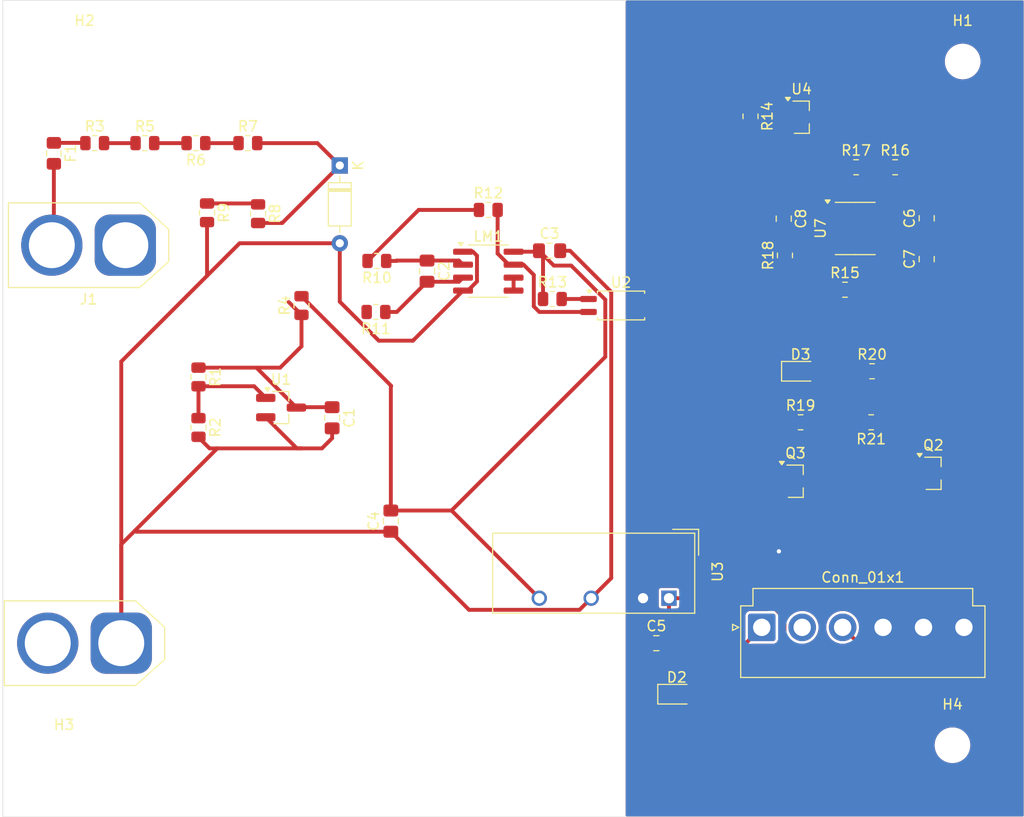
<source format=kicad_pcb>
(kicad_pcb (version 20240108) (generator "pcbnew") (generator_version "8.0")
  (layers (0 "F.Cu" signal) (31 "B.Cu" signal) (34 "B.Paste" user) (35 "F.Paste" user) (36 "B.SilkS" user "B.Silkscreen") (37 "F.SilkS" user "F.Silkscreen") (38 "B.Mask" user) (39 "F.Mask" user) (44 "Edge.Cuts" user))
  (net 0 "")
  (net 1 "GND")
  (net 2 "/Vref")
  (net 3 "Net-(LM1--)")
  (net 4 "Net-(LM1-+)")
  (net 5 "+12V")
  (net 6 "GLV-")
  (net 7 "VCC")
  (net 8 "Net-(U7-CV)")
  (net 9 "Net-(U7-THR)")
  (net 10 "GLV+")
  (net 12 "/RED+")
  (net 13 "/Vin")
  (net 14 "Net-(D3-K)")
  (net 15 "Net-(J1-Pin_2)")
  (net 16 "Net-(F1-Pad1)")
  (net 19 "Net-(LM1-Pad7)")
  (net 20 "Net-(LM1-BAL)")
  (net 21 "Net-(Q2-G)")
  (net 22 "Net-(Q3-B)")
  (net 23 "Net-(Q3-C)")
  (net 24 "Net-(U1-REF)")
  (net 25 "Net-(R3-Pad2)")
  (net 26 "Net-(R5-Pad2)")
  (net 27 "Net-(R6-Pad1)")
  (net 28 "Net-(R8-Pad1)")
  (net 29 "Net-(R13-Pad2)")
  (net 30 "Net-(U4-G)")
  (net 31 "Net-(U4-D)")
  (net 32 "Net-(U7-DIS)")
  (net 33 "Net-(U7-Q)")
  (footprint "MountingHole:MountingHole_3mm" (layer "F.Cu") (at 114 139)
    (property "Reference" "H3" (at 0 -4 0) (layer "F.SilkS"))
    (property "Value" "MountingHole")
    (pad "" np_thru_hole circle (at 0 0) (size 3 3) (drill 3) (layers "*.Cu" "*.Mask"))
  )
  (footprint "Resistor_SMD:R_0805_2012Metric" (layer "F.Cu") (at 144.63175 89.54425 180)
    (property "Reference" "R10" (at 0 -1.65 360) (layer "F.SilkS"))
    (property "Value" "100")
    (pad "1" smd roundrect (at -0.9125 0 180) (size 1.025 1.4) (layers "F.Cu" "F.Paste" "F.Mask") (roundrect_rratio 0.243902) (net 4 "Net-(LM1-+)"))
    (pad "2" smd roundrect (at 0.9125 0 180) (size 1.025 1.4) (layers "F.Cu" "F.Paste" "F.Mask") (roundrect_rratio 0.243902) (net 13 "/Vin"))
  )
  (footprint "Capacitor_SMD:C_0805_2012Metric_Pad1.18x1.45mm_HandSolder" (layer "F.Cu") (at 146 115.0375 90)
    (property "Reference" "C4" (at 0 -1.68 90) (layer "F.SilkS"))
    (property "Value" "1uF")
    (pad "1" smd roundrect (at -1.0375 0 90) (size 1.175 1.45) (layers "F.Cu" "F.Paste" "F.Mask") (roundrect_rratio 0.212766) (net 1 "GND"))
    (pad "2" smd roundrect (at 1.0375 0 90) (size 1.175 1.45) (layers "F.Cu" "F.Paste" "F.Mask") (roundrect_rratio 0.212766) (net 5 "+12V"))
  )
  (footprint "Resistor_SMD:R_0805_2012Metric" (layer "F.Cu") (at 191.5625 80.365)
    (property "Reference" "R17" (at 0 -1.65 360) (layer "F.SilkS"))
    (property "Value" "220k")
    (pad "1" smd roundrect (at -0.9125 0) (size 1.025 1.4) (layers "F.Cu" "F.Paste" "F.Mask") (roundrect_rratio 0.243902) (net 9 "Net-(U7-THR)"))
    (pad "2" smd roundrect (at 0.9125 0) (size 1.025 1.4) (layers "F.Cu" "F.Paste" "F.Mask") (roundrect_rratio 0.243902) (net 32 "Net-(U7-DIS)"))
  )
  (footprint "Connector_JST:JST_VH_B6P-VH_1x06_P3.96mm_Vertical" (layer "F.Cu") (at 182.3225 125.45)
    (property "Reference" "Conn_01x1" (at 9.9 -4.9 0) (layer "F.SilkS"))
    (property "Value" "Conn_01x06")
    (pad "1" thru_hole roundrect (at 0 0) (size 2.7 2.7) (drill 1.7) (layers "*.Cu" "*.Mask") (roundrect_rratio 0.092593) (net 10 "GLV+"))
    (pad "2" thru_hole circle (at 3.96 0) (size 2.7 2.7) (drill 1.7) (layers "*.Cu" "*.Mask"))
    (pad "3" thru_hole circle (at 7.92 0) (size 2.7 2.7) (drill 1.7) (layers "*.Cu" "*.Mask") (net 12 "/RED+"))
    (pad "4" thru_hole circle (at 11.88 0) (size 2.7 2.7) (drill 1.7) (layers "*.Cu" "*.Mask") (net 6 "GLV-"))
    (pad "5" thru_hole circle (at 15.84 0) (size 2.7 2.7) (drill 1.7) (layers "*.Cu" "*.Mask") (net 6 "GLV-"))
    (pad "6" thru_hole circle (at 19.8 0) (size 2.7 2.7) (drill 1.7) (layers "*.Cu" "*.Mask") (net 6 "GLV-"))
  )
  (footprint "Resistor_SMD:R_0805_2012Metric" (layer "F.Cu") (at 186.125 105.355)
    (property "Reference" "R19" (at 0 -1.65 360) (layer "F.SilkS"))
    (property "Value" "1k")
    (pad "1" smd roundrect (at -0.9125 0) (size 1.025 1.4) (layers "F.Cu" "F.Paste" "F.Mask") (roundrect_rratio 0.243902) (net 14 "Net-(D3-K)"))
    (pad "2" smd roundrect (at 0.9125 0) (size 1.025 1.4) (layers "F.Cu" "F.Paste" "F.Mask") (roundrect_rratio 0.243902) (net 23 "Net-(Q3-C)"))
  )
  (footprint "Converter_DCDC:Converter_DCDC_TRACO_TBA2-xxxx_Single_THT" (layer "F.Cu") (at 173.2375 122.5925 -90)
    (property "Reference" "U3" (at -2.5925 -4.7625 90) (layer "F.SilkS"))
    (property "Value" "B1212")
    (pad "1" thru_hole rect (at 0 0 270) (size 1.5 1.5) (drill 1) (layers "*.Cu" "*.Mask") (net 7 "VCC"))
    (pad "2" thru_hole circle (at 0 2.54 270) (size 1.5 1.5) (drill 1) (layers "*.Cu" "*.Mask") (net 6 "GLV-"))
    (pad "4" thru_hole circle (at 0 7.62 270) (size 1.5 1.5) (drill 1) (layers "*.Cu" "*.Mask") (net 1 "GND"))
    (pad "6" thru_hole circle (at 0 12.7 270) (size 1.5 1.5) (drill 1) (layers "*.Cu" "*.Mask") (net 5 "+12V"))
  )
  (footprint "MountingHole:MountingHole_3mm" (layer "F.Cu") (at 116 70)
    (property "Reference" "H2" (at 0 -4 0) (layer "F.SilkS"))
    (property "Value" "MountingHole")
    (pad "" np_thru_hole circle (at 0 0) (size 3 3) (drill 3) (layers "*.Cu" "*.Mask"))
  )
  (footprint "Package_TO_SOT_SMD:SOT-23_Handsoldering" (layer "F.Cu") (at 186.22125 75.46)
    (property "Reference" "U4" (at 0 -2.75 0) (layer "F.SilkS"))
    (property "Value" "2N7002")
    (pad "1" smd roundrect (at -1.5 -0.95) (size 1.9 0.8) (layers "F.Cu" "F.Paste" "F.Mask") (net 30 "Net-(U4-G)"))
    (pad "2" smd roundrect (at -1.5 0.95) (size 1.9 0.8) (layers "F.Cu" "F.Paste" "F.Mask") (net 6 "GLV-"))
    (pad "3" smd roundrect (at 1.5 0) (size 1.9 0.8) (layers "F.Cu" "F.Paste" "F.Mask") (net 31 "Net-(U4-D)"))
  )
  (footprint "MountingHole:MountingHole_3mm" (layer "F.Cu") (at 202 70)
    (property "Reference" "H1" (at 0 -4 0) (layer "F.SilkS"))
    (property "Value" "MountingHole")
    (pad "" np_thru_hole circle (at 0 0) (size 3 3) (drill 3) (layers "*.Cu" "*.Mask"))
  )
  (footprint "Resistor_SMD:R_0805_2012Metric" (layer "F.Cu") (at 184.595001 89 90)
    (property "Reference" "R18" (at 0 -1.65 90) (layer "F.SilkS"))
    (property "Value" "10k")
    (pad "1" smd roundrect (at -0.9125 0 90) (size 1.025 1.4) (layers "F.Cu" "F.Paste" "F.Mask") (roundrect_rratio 0.243902) (net 22 "Net-(Q3-B)"))
    (pad "2" smd roundrect (at 0.9125 0 90) (size 1.025 1.4) (layers "F.Cu" "F.Paste" "F.Mask") (roundrect_rratio 0.243902) (net 33 "Net-(U7-Q)"))
  )
  (footprint "Connector_AMASS:AMASS_XT60-M_1x02_P7.20mm_Vertical" (layer "F.Cu") (at 119.6 127 180)
    (property "Reference" "J2" (hide yes))
    (property "Value" "Conn_01x02_Pin")
    (pad "1" thru_hole roundrect (at 0 0 180) (size 6 6) (drill 4.5) (layers "*.Cu" "*.Mask") (net 1 "GND"))
    (pad "2" thru_hole circle (at 7.2 0 180) (size 6 6) (drill 4.5) (layers "*.Cu" "*.Mask"))
  )
  (footprint "Capacitor_SMD:C_0805_2012Metric_Pad1.18x1.45mm_HandSolder" (layer "F.Cu") (at 140.25 104.9125 -90)
    (property "Reference" "C1" (at 0 -1.68 90) (layer "F.SilkS"))
    (property "Value" "0.1uF")
    (pad "1" smd roundrect (at -1.0375 0 270) (size 1.175 1.45) (layers "F.Cu" "F.Paste" "F.Mask") (roundrect_rratio 0.212766) (net 2 "/Vref"))
    (pad "2" smd roundrect (at 1.0375 0 270) (size 1.175 1.45) (layers "F.Cu" "F.Paste" "F.Mask") (roundrect_rratio 0.212766) (net 1 "GND"))
  )
  (footprint "Resistor_SMD:R_0805_2012Metric" (layer "F.Cu") (at 155.54425 84.54425)
    (property "Reference" "R12" (at 0 -1.65 0) (layer "F.SilkS"))
    (property "Value" "1M")
    (pad "1" smd roundrect (at -0.9125 0) (size 1.025 1.4) (layers "F.Cu" "F.Paste" "F.Mask") (roundrect_rratio 0.243902) (net 13 "/Vin"))
    (pad "2" smd roundrect (at 0.9125 0) (size 1.025 1.4) (layers "F.Cu" "F.Paste" "F.Mask") (roundrect_rratio 0.243902) (net 19 "Net-(LM1-Pad7)"))
  )
  (footprint "Resistor_SMD:R_0805_2012Metric" (layer "F.Cu") (at 117 78)
    (property "Reference" "R3" (at 0 -1.65 0) (layer "F.SilkS"))
    (property "Value" "249k" (hide yes))
    (pad "1" smd roundrect (at -0.9125 0) (size 1.025 1.4) (layers "F.Cu" "F.Paste" "F.Mask") (roundrect_rratio 0.243902) (net 16 "Net-(F1-Pad1)"))
    (pad "2" smd roundrect (at 0.9125 0) (size 1.025 1.4) (layers "F.Cu" "F.Paste" "F.Mask") (roundrect_rratio 0.243902) (net 25 "Net-(R3-Pad2)"))
  )
  (footprint "Capacitor_SMD:C_0805_2012Metric_Pad1.18x1.45mm_HandSolder" (layer "F.Cu") (at 172 127)
    (property "Reference" "C5" (at 0 -1.68 360) (layer "F.SilkS"))
    (property "Value" "2.2uF")
    (pad "1" smd roundrect (at -1.0375 0) (size 1.175 1.45) (layers "F.Cu" "F.Paste" "F.Mask") (roundrect_rratio 0.212766) (net 6 "GLV-"))
    (pad "2" smd roundrect (at 1.0375 0) (size 1.175 1.45) (layers "F.Cu" "F.Paste" "F.Mask") (roundrect_rratio 0.212766) (net 7 "VCC"))
  )
  (footprint "Resistor_SMD:R_0805_2012Metric" (layer "F.Cu") (at 181.22125 75.3725 -90)
    (property "Reference" "R14" (at 0 -1.65 90) (layer "F.SilkS"))
    (property "Value" "10k")
    (pad "1" smd roundrect (at -0.9125 0 270) (size 1.025 1.4) (layers "F.Cu" "F.Paste" "F.Mask") (roundrect_rratio 0.243902) (net 30 "Net-(U4-G)"))
    (pad "2" smd roundrect (at 0.9125 0 270) (size 1.025 1.4) (layers "F.Cu" "F.Paste" "F.Mask") (roundrect_rratio 0.243902) (net 6 "GLV-"))
  )
  (footprint "Resistor_SMD:R_0805_2012Metric" (layer "F.Cu") (at 144.54425 94.54425 180)
    (property "Reference" "R11" (at 0 -1.65 360) (layer "F.SilkS"))
    (property "Value" "100")
    (pad "1" smd roundrect (at -0.9125 0 180) (size 1.025 1.4) (layers "F.Cu" "F.Paste" "F.Mask") (roundrect_rratio 0.243902) (net 3 "Net-(LM1--)"))
    (pad "2" smd roundrect (at 0.9125 0 180) (size 1.025 1.4) (layers "F.Cu" "F.Paste" "F.Mask") (roundrect_rratio 0.243902) (net 2 "/Vref"))
  )
  (footprint "Resistor_SMD:R_0805_2012Metric" (layer "F.Cu") (at 127.1625 105.8625 -90)
    (property "Reference" "R2" (at 0 -1.65 90) (layer "F.SilkS"))
    (property "Value" "10k")
    (pad "1" smd roundrect (at -0.9125 0 270) (size 1.025 1.4) (layers "F.Cu" "F.Paste" "F.Mask") (roundrect_rratio 0.243902) (net 24 "Net-(U1-REF)"))
    (pad "2" smd roundrect (at 0.9125 0 270) (size 1.025 1.4) (layers "F.Cu" "F.Paste" "F.Mask") (roundrect_rratio 0.243902) (net 1 "GND"))
  )
  (footprint "Resistor_SMD:R_0805_2012Metric" (layer "F.Cu") (at 193.125 100.355)
    (property "Reference" "R20" (at 0 -1.65 360) (layer "F.SilkS"))
    (property "Value" "1k")
    (pad "1" smd roundrect (at -0.9125 0) (size 1.025 1.4) (layers "F.Cu" "F.Paste" "F.Mask") (roundrect_rratio 0.243902) (net 7 "VCC"))
    (pad "2" smd roundrect (at 0.9125 0) (size 1.025 1.4) (layers "F.Cu" "F.Paste" "F.Mask") (roundrect_rratio 0.243902) (net 21 "Net-(Q2-G)"))
  )
  (footprint "Resistor_SMD:R_0805_2012Metric" (layer "F.Cu") (at 195.3875 80.365)
    (property "Reference" "R16" (at 0 -1.65 360) (layer "F.SilkS"))
    (property "Value" "22k")
    (pad "1" smd roundrect (at -0.9125 0) (size 1.025 1.4) (layers "F.Cu" "F.Paste" "F.Mask") (roundrect_rratio 0.243902) (net 32 "Net-(U7-DIS)"))
    (pad "2" smd roundrect (at 0.9125 0) (size 1.025 1.4) (layers "F.Cu" "F.Paste" "F.Mask") (roundrect_rratio 0.243902) (net 7 "VCC"))
  )
  (footprint "Resistor_SMD:R_0805_2012Metric" (layer "F.Cu") (at 137.25 93.9125 90)
    (property "Reference" "R4" (at 0 -1.65 90) (layer "F.SilkS"))
    (property "Value" "2k2")
    (pad "1" smd roundrect (at -0.9125 0 90) (size 1.025 1.4) (layers "F.Cu" "F.Paste" "F.Mask") (roundrect_rratio 0.243902) (net 2 "/Vref"))
    (pad "2" smd roundrect (at 0.9125 0 90) (size 1.025 1.4) (layers "F.Cu" "F.Paste" "F.Mask") (roundrect_rratio 0.243902) (net 5 "+12V"))
  )
  (footprint "Package_TO_SOT_SMD:SOT-23_Handsoldering" (layer "F.Cu") (at 185.625 111.13)
    (property "Reference" "Q3" (at 0 -2.75 360) (layer "F.SilkS"))
    (property "Value" "MMBT3904")
    (pad "1" smd roundrect (at -1.5 -0.95) (size 1.9 0.8) (layers "F.Cu" "F.Paste" "F.Mask") (net 22 "Net-(Q3-B)"))
    (pad "2" smd roundrect (at -1.5 0.95) (size 1.9 0.8) (layers "F.Cu" "F.Paste" "F.Mask") (net 6 "GLV-"))
    (pad "3" smd roundrect (at 1.5 0) (size 1.9 0.8) (layers "F.Cu" "F.Paste" "F.Mask") (net 23 "Net-(Q3-C)"))
  )
  (footprint "Capacitor_SMD:C_0805_2012Metric_Pad1.18x1.45mm_HandSolder" (layer "F.Cu") (at 184.475 85.4025 -90)
    (property "Reference" "C8" (at 0 -1.68 90) (layer "F.SilkS"))
    (property "Value" "1u")
    (pad "1" smd roundrect (at -1.0375 0 270) (size 1.175 1.45) (layers "F.Cu" "F.Paste" "F.Mask") (roundrect_rratio 0.212766) (net 6 "GLV-"))
    (pad "2" smd roundrect (at 1.0375 0 270) (size 1.175 1.45) (layers "F.Cu" "F.Paste" "F.Mask") (roundrect_rratio 0.212766) (net 9 "Net-(U7-THR)"))
  )
  (footprint "Capacitor_SMD:C_0805_2012Metric_Pad1.18x1.45mm_HandSolder" (layer "F.Cu") (at 149.54425 90.54425 -90)
    (property "Reference" "C2" (at 0 -1.68 90) (layer "F.SilkS"))
    (property "Value" "10n")
    (pad "1" smd roundrect (at -1.0375 0 270) (size 1.175 1.45) (layers "F.Cu" "F.Paste" "F.Mask") (roundrect_rratio 0.212766) (net 4 "Net-(LM1-+)"))
    (pad "2" smd roundrect (at 1.0375 0 270) (size 1.175 1.45) (layers "F.Cu" "F.Paste" "F.Mask") (roundrect_rratio 0.212766) (net 3 "Net-(LM1--)"))
  )
  (footprint "Resistor_SMD:R_0805_2012Metric" (layer "F.Cu") (at 161.8155 93.27425)
    (property "Reference" "R13" (at 0 -1.65 360) (layer "F.SilkS"))
    (property "Value" "2k2")
    (pad "1" smd roundrect (at -0.9125 0) (size 1.025 1.4) (layers "F.Cu" "F.Paste" "F.Mask") (roundrect_rratio 0.243902) (net 5 "+12V"))
    (pad "2" smd roundrect (at 0.9125 0) (size 1.025 1.4) (layers "F.Cu" "F.Paste" "F.Mask") (roundrect_rratio 0.243902) (net 29 "Net-(R13-Pad2)"))
  )
  (footprint "Resistor_SMD:R_0805_2012Metric" (layer "F.Cu") (at 126.9125 78 180)
    (property "Reference" "R6" (at 0 -1.65 360) (layer "F.SilkS"))
    (property "Value" "249k")
    (pad "1" smd roundrect (at -0.9125 0 180) (size 1.025 1.4) (layers "F.Cu" "F.Paste" "F.Mask") (roundrect_rratio 0.243902) (net 27 "Net-(R6-Pad1)"))
    (pad "2" smd roundrect (at 0.9125 0 180) (size 1.025 1.4) (layers "F.Cu" "F.Paste" "F.Mask") (roundrect_rratio 0.243902) (net 26 "Net-(R5-Pad2)"))
  )
  (footprint "Resistor_SMD:R_0805_2012Metric" (layer "F.Cu") (at 127.1625 100.9125 -90)
    (property "Reference" "R1" (at 0 -1.65 90) (layer "F.SilkS"))
    (property "Value" "2k")
    (pad "1" smd roundrect (at -0.9125 0 270) (size 1.025 1.4) (layers "F.Cu" "F.Paste" "F.Mask") (roundrect_rratio 0.243902) (net 2 "/Vref"))
    (pad "2" smd roundrect (at 0.9125 0 270) (size 1.025 1.4) (layers "F.Cu" "F.Paste" "F.Mask") (roundrect_rratio 0.243902) (net 24 "Net-(U1-REF)"))
  )
  (footprint "Diode_SMD:D_0805_2012Metric_Pad1.15x1.40mm_HandSolder" (layer "F.Cu") (at 174 132)
    (property "Reference" "D2" (at 0 -1.65 0) (layer "F.SilkS"))
    (property "Value" "D")
    (pad "1" smd roundrect (at -1.025 0) (size 1.15 1.4) (layers "F.Cu" "F.Paste" "F.Mask") (roundrect_rratio 0.217391) (net 7 "VCC"))
    (pad "2" smd roundrect (at 1.025 0) (size 1.15 1.4) (layers "F.Cu" "F.Paste" "F.Mask") (roundrect_rratio 0.217391) (net 10 "GLV+"))
  )
  (footprint "Resistor_SMD:R_0805_2012Metric" (layer "F.Cu") (at 133 84.9125 -90)
    (property "Reference" "R8" (at 0 -1.65 90) (layer "F.SilkS"))
    (property "Value" "25k")
    (pad "1" smd roundrect (at -0.9125 0 270) (size 1.025 1.4) (layers "F.Cu" "F.Paste" "F.Mask") (roundrect_rratio 0.243902) (net 28 "Net-(R8-Pad1)"))
    (pad "2" smd roundrect (at 0.9125 0 270) (size 1.025 1.4) (layers "F.Cu" "F.Paste" "F.Mask") (roundrect_rratio 0.243902) (net 13 "/Vin"))
  )
  (footprint "Fuse:Fuse_0805_2012Metric_Pad1.15x1.40mm_HandSolder" (layer "F.Cu") (at 113 79 -90)
    (property "Reference" "F1" (at 0 -1.65 90) (layer "F.SilkS"))
    (property "Value" "Fuse")
    (pad "1" smd roundrect (at -1.025 0 270) (size 1.15 1.4) (layers "F.Cu" "F.Paste" "F.Mask") (roundrect_rratio 0.217391) (net 16 "Net-(F1-Pad1)"))
    (pad "2" smd roundrect (at 1.025 0 270) (size 1.15 1.4) (layers "F.Cu" "F.Paste" "F.Mask") (roundrect_rratio 0.217391) (net 15 "Net-(J1-Pin_2)"))
  )
  (footprint "Resistor_SMD:R_0805_2012Metric" (layer "F.Cu") (at 190.475 92.365)
    (property "Reference" "R15" (at 0 -1.65 360) (layer "F.SilkS"))
    (property "Value" "22k")
    (pad "1" smd roundrect (at -0.9125 0) (size 1.025 1.4) (layers "F.Cu" "F.Paste" "F.Mask") (roundrect_rratio 0.243902) (net 31 "Net-(U4-D)"))
    (pad "2" smd roundrect (at 0.9125 0) (size 1.025 1.4) (layers "F.Cu" "F.Paste" "F.Mask") (roundrect_rratio 0.243902) (net 7 "VCC"))
  )
  (footprint "Capacitor_SMD:C_0805_2012Metric_Pad1.18x1.45mm_HandSolder" (layer "F.Cu") (at 198.475 89.365 90)
    (property "Reference" "C7" (at 0 -1.68 90) (layer "F.SilkS"))
    (property "Value" "100n")
    (pad "1" smd roundrect (at -1.0375 0 90) (size 1.175 1.45) (layers "F.Cu" "F.Paste" "F.Mask") (roundrect_rratio 0.212766) (net 6 "GLV-"))
    (pad "2" smd roundrect (at 1.0375 0 90) (size 1.175 1.45) (layers "F.Cu" "F.Paste" "F.Mask") (roundrect_rratio 0.212766) (net 8 "Net-(U7-CV)"))
  )
  (footprint "Resistor_SMD:R_0805_2012Metric" (layer "F.Cu") (at 193.0375 105.355 180)
    (property "Reference" "R21" (at 0 -1.65 360) (layer "F.SilkS"))
    (property "Value" "100k")
    (pad "1" smd roundrect (at -0.9125 0 180) (size 1.025 1.4) (layers "F.Cu" "F.Paste" "F.Mask") (roundrect_rratio 0.243902) (net 21 "Net-(Q2-G)"))
    (pad "2" smd roundrect (at 0.9125 0 180) (size 1.025 1.4) (layers "F.Cu" "F.Paste" "F.Mask") (roundrect_rratio 0.243902) (net 6 "GLV-"))
  )
  (footprint "LED_SMD:LED_0805_2012Metric_Pad1.15x1.40mm_HandSolder" (layer "F.Cu") (at 186.125 100.355)
    (property "Reference" "D3" (at 0 -1.65 360) (layer "F.SilkS"))
    (property "Value" "LED")
    (pad "1" smd roundrect (at -1.025 0) (size 1.15 1.4) (layers "F.Cu" "F.Paste" "F.Mask") (roundrect_rratio 0.217391) (net 14 "Net-(D3-K)"))
    (pad "2" smd roundrect (at 1.025 0) (size 1.15 1.4) (layers "F.Cu" "F.Paste" "F.Mask") (roundrect_rratio 0.217391) (net 7 "VCC"))
  )
  (footprint "Capacitor_SMD:C_0805_2012Metric_Pad1.18x1.45mm_HandSolder" (layer "F.Cu") (at 161.54425 88.54425)
    (property "Reference" "C3" (at 0 -1.68 360) (layer "F.SilkS"))
    (property "Value" "100n")
    (pad "1" smd roundrect (at -1.0375 0) (size 1.175 1.45) (layers "F.Cu" "F.Paste" "F.Mask") (roundrect_rratio 0.212766) (net 5 "+12V"))
    (pad "2" smd roundrect (at 1.0375 0) (size 1.175 1.45) (layers "F.Cu" "F.Paste" "F.Mask") (roundrect_rratio 0.212766) (net 1 "GND"))
  )
  (footprint "Resistor_SMD:R_0805_2012Metric" (layer "F.Cu") (at 132 78)
    (property "Reference" "R7" (at 0 -1.65 0) (layer "F.SilkS"))
    (property "Value" "249k")
    (pad "1" smd roundrect (at -0.9125 0) (size 1.025 1.4) (layers "F.Cu" "F.Paste" "F.Mask") (roundrect_rratio 0.243902) (net 27 "Net-(R6-Pad1)"))
    (pad "2" smd roundrect (at 0.9125 0) (size 1.025 1.4) (layers "F.Cu" "F.Paste" "F.Mask") (roundrect_rratio 0.243902) (net 13 "/Vin"))
  )
  (footprint "Diode_THT:D_DO-35_SOD27_P7.62mm_Horizontal" (layer "F.Cu") (at 141 80.19 -90)
    (property "Reference" "D1" (hide yes))
    (property "Value" "12V")
    (fp_text user "K" (at 0 -1.8 90) (layer "F.SilkS"))
    (pad "1" thru_hole rect (at 0 0 270) (size 1.6 1.6) (drill 0.8) (layers "*.Cu" "*.Mask") (net 13 "/Vin"))
    (pad "2" thru_hole oval (at 7.62 0 270) (size 1.6 1.6) (drill 0.8) (layers "*.Cu" "*.Mask") (net 1 "GND"))
  )
  (footprint "Package_SO:SOP-4_4.4x2.6mm_P1.27mm" (layer "F.Cu") (at 168.54425 93.90925)
    (property "Reference" "U2" (at 0 -2.25 0) (layer "F.SilkS"))
    (property "Value" "LTV-817")
    (pad "1" smd roundrect (at -3.1875 -0.635) (size 1.625 0.6) (layers "F.Cu" "F.Paste" "F.Mask") (net 29 "Net-(R13-Pad2)"))
    (pad "2" smd roundrect (at -3.1875 0.635) (size 1.625 0.6) (layers "F.Cu" "F.Paste" "F.Mask") (net 19 "Net-(LM1-Pad7)"))
    (pad "3" smd roundrect (at 3.1875 0.635) (size 1.625 0.6) (layers "F.Cu" "F.Paste" "F.Mask") (net 30 "Net-(U4-G)"))
    (pad "4" smd roundrect (at 3.1875 -0.635) (size 1.625 0.6) (layers "F.Cu" "F.Paste" "F.Mask") (net 7 "VCC"))
  )
  (footprint "Connector_AMASS:AMASS_XT60-M_1x02_P7.20mm_Vertical" (layer "F.Cu") (at 120 88 180)
    (property "Reference" "J1" (at 3.6 -5.3 360) (layer "F.SilkS"))
    (property "Value" "Conn_01x02_Pin")
    (pad "1" thru_hole roundrect (at 0 0 180) (size 6 6) (drill 4.5) (layers "*.Cu" "*.Mask"))
    (pad "2" thru_hole circle (at 7.2 0 180) (size 6 6) (drill 4.5) (layers "*.Cu" "*.Mask") (net 15 "Net-(J1-Pin_2)"))
  )
  (footprint "Package_TO_SOT_SMD:SOT-23_Handsoldering" (layer "F.Cu") (at 135.25 103.9125)
    (property "Reference" "U1" (at 0 -2.75 0) (layer "F.SilkS"))
    (property "Value" "TL431")
    (pad "1" smd roundrect (at -1.5 -0.95) (size 1.9 0.8) (layers "F.Cu" "F.Paste" "F.Mask") (net 24 "Net-(U1-REF)"))
    (pad "2" smd roundrect (at -1.5 0.95) (size 1.9 0.8) (layers "F.Cu" "F.Paste" "F.Mask") (net 1 "GND"))
    (pad "3" smd roundrect (at 1.5 0) (size 1.9 0.8) (layers "F.Cu" "F.Paste" "F.Mask") (net 2 "/Vref"))
  )
  (footprint "Package_TO_SOT_SMD:SOT-23_Handsoldering" (layer "F.Cu") (at 199.125 110.355)
    (property "Reference" "Q2" (at 0 -2.75 360) (layer "F.SilkS"))
    (property "Value" "AO3401A")
    (pad "1" smd roundrect (at -1.5 -0.95) (size 1.9 0.8) (layers "F.Cu" "F.Paste" "F.Mask") (net 21 "Net-(Q2-G)"))
    (pad "2" smd roundrect (at -1.5 0.95) (size 1.9 0.8) (layers "F.Cu" "F.Paste" "F.Mask") (net 7 "VCC"))
    (pad "3" smd roundrect (at 1.5 0) (size 1.9 0.8) (layers "F.Cu" "F.Paste" "F.Mask") (net 12 "/RED+"))
  )
  (footprint "MountingHole:MountingHole_3mm" (layer "F.Cu") (at 201 137)
    (property "Reference" "H4" (at 0 -4 0) (layer "F.SilkS"))
    (property "Value" "MountingHole")
    (pad "" np_thru_hole circle (at 0 0) (size 3 3) (drill 3) (layers "*.Cu" "*.Mask"))
  )
  (footprint "Package_SO:SOIC-8_3.9x4.9mm_P1.27mm" (layer "F.Cu") (at 155.54425 90.54425)
    (property "Reference" "LM1" (at 0 -3.4 0) (layer "F.SilkS"))
    (property "Value" "LM311")
    (pad "1" smd roundrect (at -2.475 -1.905) (size 1.95 0.6) (layers "F.Cu" "F.Paste" "F.Mask") (net 1 "GND"))
    (pad "2" smd roundrect (at -2.475 -0.635) (size 1.95 0.6) (layers "F.Cu" "F.Paste" "F.Mask") (net 4 "Net-(LM1-+)"))
    (pad "3" smd roundrect (at -2.475 0.635) (size 1.95 0.6) (layers "F.Cu" "F.Paste" "F.Mask") (net 3 "Net-(LM1--)"))
    (pad "4" smd roundrect (at -2.475 1.905) (size 1.95 0.6) (layers "F.Cu" "F.Paste" "F.Mask") (net 1 "GND"))
    (pad "5" smd roundrect (at 2.475 1.905) (size 1.95 0.6) (layers "F.Cu" "F.Paste" "F.Mask") (net 20 "Net-(LM1-BAL)"))
    (pad "6" smd roundrect (at 2.475 0.635) (size 1.95 0.6) (layers "F.Cu" "F.Paste" "F.Mask") (net 20 "Net-(LM1-BAL)"))
    (pad "7" smd roundrect (at 2.475 -0.635) (size 1.95 0.6) (layers "F.Cu" "F.Paste" "F.Mask") (net 19 "Net-(LM1-Pad7)"))
    (pad "8" smd roundrect (at 2.475 -1.905) (size 1.95 0.6) (layers "F.Cu" "F.Paste" "F.Mask") (net 5 "+12V"))
  )
  (footprint "Package_SO:SOIC-8_3.9x4.9mm_P1.27mm" (layer "F.Cu") (at 191.475 86.365)
    (property "Reference" "U7" (at -3.4 0 90) (layer "F.SilkS"))
    (property "Value" "NE555")
    (pad "1" smd roundrect (at -2.475 -1.905) (size 1.95 0.6) (layers "F.Cu" "F.Paste" "F.Mask") (net 6 "GLV-"))
    (pad "2" smd roundrect (at -2.475 -0.635) (size 1.95 0.6) (layers "F.Cu" "F.Paste" "F.Mask") (net 9 "Net-(U7-THR)"))
    (pad "3" smd roundrect (at -2.475 0.635) (size 1.95 0.6) (layers "F.Cu" "F.Paste" "F.Mask") (net 33 "Net-(U7-Q)"))
    (pad "4" smd roundrect (at -2.475 1.905) (size 1.95 0.6) (layers "F.Cu" "F.Paste" "F.Mask") (net 31 "Net-(U4-D)"))
    (pad "5" smd roundrect (at 2.475 1.905) (size 1.95 0.6) (layers "F.Cu" "F.Paste" "F.Mask") (net 8 "Net-(U7-CV)"))
    (pad "6" smd roundrect (at 2.475 0.635) (size 1.95 0.6) (layers "F.Cu" "F.Paste" "F.Mask") (net 9 "Net-(U7-THR)"))
    (pad "7" smd roundrect (at 2.475 -0.635) (size 1.95 0.6) (layers "F.Cu" "F.Paste" "F.Mask") (net 32 "Net-(U7-DIS)"))
    (pad "8" smd roundrect (at 2.475 -1.905) (size 1.95 0.6) (layers "F.Cu" "F.Paste" "F.Mask") (net 7 "VCC"))
  )
  (footprint "Resistor_SMD:R_0805_2012Metric" (layer "F.Cu") (at 128 84.825 -90)
    (property "Reference" "R9" (at 0 -1.65 90) (layer "F.SilkS"))
    (property "Value" "1k")
    (pad "1" smd roundrect (at -0.9125 0 270) (size 1.025 1.4) (layers "F.Cu" "F.Paste" "F.Mask") (roundrect_rratio 0.243902) (net 28 "Net-(R8-Pad1)"))
    (pad "2" smd roundrect (at 0.9125 0 270) (size 1.025 1.4) (layers "F.Cu" "F.Paste" "F.Mask") (roundrect_rratio 0.243902) (net 1 "GND"))
  )
  (footprint "Resistor_SMD:R_0805_2012Metric" (layer "F.Cu") (at 121.9125 78)
    (property "Reference" "R5" (at 0 -1.65 0) (layer "F.SilkS"))
    (property "Value" "249k")
    (pad "1" smd roundrect (at -0.9125 0) (size 1.025 1.4) (layers "F.Cu" "F.Paste" "F.Mask") (roundrect_rratio 0.243902) (net 25 "Net-(R3-Pad2)"))
    (pad "2" smd roundrect (at 0.9125 0) (size 1.025 1.4) (layers "F.Cu" "F.Paste" "F.Mask") (roundrect_rratio 0.243902) (net 26 "Net-(R5-Pad2)"))
  )
  (footprint "Capacitor_SMD:C_0805_2012Metric_Pad1.18x1.45mm_HandSolder" (layer "F.Cu") (at 198.475 85.365 90)
    (property "Reference" "C6" (at 0 -1.68 90) (layer "F.SilkS"))
    (property "Value" "100n")
    (pad "1" smd roundrect (at -1.0375 0 90) (size 1.175 1.45) (layers "F.Cu" "F.Paste" "F.Mask") (roundrect_rratio 0.212766) (net 6 "GLV-"))
    (pad "2" smd roundrect (at 1.0375 0 90) (size 1.175 1.45) (layers "F.Cu" "F.Paste" "F.Mask") (roundrect_rratio 0.212766) (net 7 "VCC"))
  )
  (gr_rect (start 108 64) (end 208 144) (stroke (width 0.05)) (fill none) (layer "Edge.Cuts"))
  (segment (start 140.25 106.9125) (end 140.25 105.95) (width 0.381) (layer "F.Cu") (net 1))
  (segment (start 167.581 92.581) (end 163.54425 88.54425) (width 0.381) (layer "F.Cu") (net 1))
  (segment (start 141 87.81) (end 141 93.537732) (width 0.381) (layer "F.Cu") (net 1))
  (segment (start 141 93.537732) (end 144.816518 97.35425) (width 0.381) (layer "F.Cu") (net 1))
  (segment (start 167.581 120.629) (end 167.581 92.581) (width 0.381) (layer "F.Cu") (net 1))
  (segment (start 154.43475 89.029751) (end 154.044249 88.63925) (width 0.381) (layer "F.Cu") (net 1))
  (segment (start 148.16425 97.35425) (end 148.25925 97.25925) (width 0.381) (layer "F.Cu") (net 1))
  (segment (start 131.19 87.81) (end 141 87.81) (width 0.381) (layer "F.Cu") (net 1))
  (segment (start 163.54425 88.54425) (end 162.58175 88.54425) (width 0.381) (layer "F.Cu") (net 1))
  (segment (start 120.95625 115.95625) (end 129 107.9125) (width 0.381) (layer "F.Cu") (net 1))
  (segment (start 153.658 123.733) (end 146 116.075) (width 0.381) (layer "F.Cu") (net 1))
  (segment (start 128 91) (end 131.19 87.81) (width 0.381) (layer "F.Cu") (net 1))
  (segment (start 148.16425 97.35425) (end 153.06925 92.44925) (width 0.381) (layer "F.Cu") (net 1))
  (segment (start 119.6 127) (end 119.6 117.3125) (width 0.381) (layer "F.Cu") (net 1))
  (segment (start 146 116.075) (end 121.075 116.075) (width 0.381) (layer "F.Cu") (net 1))
  (segment (start 119.6 99.4) (end 128 91) (width 0.381) (layer "F.Cu") (net 1))
  (segment (start 136.8 107.9125) (end 137.25 107.9125) (width 0.381) (layer "F.Cu") (net 1))
  (segment (start 164.477 123.733) (end 153.658 123.733) (width 0.381) (layer "F.Cu") (net 1))
  (segment (start 119.6 117.3125) (end 120.95625 115.95625) (width 0.381) (layer "F.Cu") (net 1))
  (segment (start 133.75 104.8625) (end 136.8 107.9125) (width 0.381) (layer "F.Cu") (net 1))
  (segment (start 119.6 127) (end 119.6 99.4) (width 0.381) (layer "F.Cu") (net 1))
  (segment (start 165.6175 122.5925) (end 164.477 123.733) (width 0.381) (layer "F.Cu") (net 1))
  (segment (start 128.25 107.9125) (end 129 107.9125) (width 0.381) (layer "F.Cu") (net 1))
  (segment (start 153.06925 92.44925) (end 153.54279 92.44925) (width 0.381) (layer "F.Cu") (net 1))
  (segment (start 154.044249 88.63925) (end 153.06925 88.63925) (width 0.381) (layer "F.Cu") (net 1))
  (segment (start 127.1625 106.825) (end 128.25 107.9125) (width 0.381) (layer "F.Cu") (net 1))
  (segment (start 153.54279 92.44925) (end 154.43475 91.55729) (width 0.381) (layer "F.Cu") (net 1))
  (segment (start 144.816518 97.35425) (end 148.16425 97.35425) (width 0.381) (layer "F.Cu") (net 1))
  (segment (start 137.25 107.9125) (end 139.25 107.9125) (width 0.381) (layer "F.Cu") (net 1))
  (segment (start 127.1625 106.775) (end 127.1625 106.825) (width 0.381) (layer "F.Cu") (net 1))
  (segment (start 139.25 107.9125) (end 140.25 106.9125) (width 0.381) (layer "F.Cu") (net 1))
  (segment (start 121.075 116.075) (end 120.95625 115.95625) (width 0.381) (layer "F.Cu") (net 1))
  (segment (start 129 107.9125) (end 137.25 107.9125) (width 0.381) (layer "F.Cu") (net 1))
  (segment (start 128 91) (end 128 85.7375) (width 0.381) (layer "F.Cu") (net 1))
  (segment (start 154.43475 91.55729) (end 154.43475 89.029751) (width 0.381) (layer "F.Cu") (net 1))
  (segment (start 165.6175 122.5925) (end 167.581 120.629) (width 0.381) (layer "F.Cu") (net 1))
  (segment (start 127.1625 100) (end 132.8375 100) (width 0.381) (layer "F.Cu") (net 2))
  (segment (start 132.8375 100) (end 136.75 103.9125) (width 0.381) (layer "F.Cu") (net 2))
  (segment (start 137.25 94.825) (end 136 93.575) (width 0.381) (layer "F.Cu") (net 2))
  (segment (start 132.8375 100) (end 135.1625 100) (width 0.381) (layer "F.Cu") (net 2))
  (segment (start 136.7875 103.875) (end 136.75 103.9125) (width 0.381) (layer "F.Cu") (net 2))
  (segment (start 140.2125 103.9125) (end 140.25 103.875) (width 0.25) (layer "F.Cu") (net 2))
  (segment (start 140.25 103.875) (end 136.7875 103.875) (width 0.381) (layer "F.Cu") (net 2))
  (segment (start 135.1625 100) (end 137.25 97.9125) (width 0.381) (layer "F.Cu") (net 2))
  (segment (start 137.25 97.9125) (end 137.25 94.825) (width 0.381) (layer "F.Cu") (net 2))
  (segment (start 152.66675 91.58175) (end 153.06925 91.17925) (width 0.381) (layer "F.Cu") (net 3))
  (segment (start 145.45675 94.54425) (end 146.58175 94.54425) (width 0.381) (layer "F.Cu") (net 3))
  (segment (start 146.58175 94.54425) (end 149.54425 91.58175) (width 0.381) (layer "F.Cu") (net 3))
  (segment (start 149.54425 91.58175) (end 152.66675 91.58175) (width 0.381) (layer "F.Cu") (net 3))
  (segment (start 146.58175 89.50675) (end 149.54425 89.50675) (width 0.381) (layer "F.Cu") (net 4))
  (segment (start 149.50675 89.54425) (end 149.54425 89.50675) (width 0.25) (layer "F.Cu") (net 4))
  (segment (start 152.66675 89.50675) (end 153.06925 89.90925) (width 0.381) (layer "F.Cu") (net 4))
  (segment (start 145.54425 89.54425) (end 146.54425 89.54425) (width 0.381) (layer "F.Cu") (net 4))
  (segment (start 146.54425 89.54425) (end 146.58175 89.50675) (width 0.381) (layer "F.Cu") (net 4))
  (segment (start 149.54425 89.50675) (end 152.66675 89.50675) (width 0.381) (layer "F.Cu") (net 4))
  (segment (start 146 101.825) (end 146 114) (width 0.381) (layer "F.Cu") (net 5))
  (segment (start 151.945 114) (end 160.5375 122.5925) (width 0.381) (layer "F.Cu") (net 5))
  (segment (start 160.903 93.27425) (end 160.903 88.9405) (width 0.381) (layer "F.Cu") (net 5))
  (segment (start 158.01925 88.63925) (end 160.41175 88.63925) (width 0.381) (layer "F.Cu") (net 5))
  (segment (start 163.66354 90) (end 167 93.33646) (width 0.381) (layer "F.Cu") (net 5))
  (segment (start 146 114) (end 151.945 114) (width 0.381) (layer "F.Cu") (net 5))
  (segment (start 167 98.945) (end 151.945 114) (width 0.381) (layer "F.Cu") (net 5))
  (segment (start 160.903 88.9405) (end 160.50675 88.54425) (width 0.381) (layer "F.Cu") (net 5))
  (segment (start 160.50675 88.54425) (end 161.9625 90) (width 0.381) (layer "F.Cu") (net 5))
  (segment (start 161.9625 90) (end 163.66354 90) (width 0.381) (layer "F.Cu") (net 5))
  (segment (start 160.41175 88.63925) (end 160.50675 88.54425) (width 0.381) (layer "F.Cu") (net 5))
  (segment (start 167 93.33646) (end 167 98.945) (width 0.381) (layer "F.Cu") (net 5))
  (segment (start 137.25 93) (end 146.0375 101.7875) (width 0.381) (layer "F.Cu") (net 5))
  (segment (start 190.4845 91.642768) (end 190.4845 95.332768) (width 0.381) (layer "F.Cu") (net 6))
  (segment (start 198.475 90.4025) (end 191.724768 90.4025) (width 0.381) (layer "F.Cu") (net 6))
  (segment (start 184.59625 76.285) (end 184.72125 76.41) (width 0.381) (layer "F.Cu") (net 6))
  (segment (start 170.6975 127.265) (end 170.9625 127) (width 0.381) (layer "F.Cu") (net 6))
  (segment (start 189.526657 84.46) (end 189 84.46) (width 0.381) (layer "F.Cu") (net 6))
  (segment (start 184.72125 76.41) (end 189 80.68875) (width 0.381) (layer "F.Cu") (net 6))
  (segment (start 191.022818 107.715086) (end 191.022818 109.022818) (width 0.381) (layer "F.Cu") (net 6))
  (segment (start 199.5905 89.287) (end 198.475 90.4025) (width 0.381) (layer "F.Cu") (net 6))
  (segment (start 192.125 105.355) (end 192.125 107.920636) (width 0.381) (layer "F.Cu") (net 6))
  (segment (start 194.2025 125.45) (end 194.2025 122.1575) (width 0.381) (layer "F.Cu") (net 6))
  (segment (start 194.2025 122.1575) (end 190.0225 117.9775) (width 0.381) (layer "F.Cu") (net 6))
  (segment (start 184.125 112.08) (end 182.7845 110.7395) (width 0.381) (layer "F.Cu") (net 6))
  (segment (start 182.7845 86.0555) (end 184.475 84.365) (width 0.381) (layer "F.Cu") (net 6))
  (segment (start 186.1845 102.876768) (end 191.022818 107.715086) (width 0.381) (layer "F.Cu") (net 6))
  (segment (start 198.475 86.4025) (end 199.5905 87.518) (width 0.381) (layer "F.Cu") (net 6))
  (segment (start 190.0225 117.9775) (end 184.0225 117.9775) (width 0.381) (layer "F.Cu") (net 6))
  (segment (start 192.125 107.920636) (end 191.022818 109.022818) (width 0.381) (layer "F.Cu") (net 6))
  (segment (start 188.905 84.365) (end 189 84.46) (width 0.381) (layer "F.Cu") (net 6))
  (segment (start 170.6975 125.7725) (end 170.6975 122.5925) (width 0.381) (layer "F.Cu") (net 6))
  (segment (start 170.9625 126.0375) (end 170.6975 125.7725) (width 0.381) (layer "F.Cu") (net 6))
  (segment (start 182.7845 110.7395) (end 182.7845 86.0555) (width 0.381) (layer "F.Cu") (net 6))
  (segment (start 170.9625 127) (end 170.9625 126.0375) (width 0.381) (layer "F.Cu") (net 6))
  (segment (start 181.22125 76.285) (end 184.59625 76.285) (width 0.381) (layer "F.Cu") (net 6))
  (segment (start 190.4845 95.332768) (end 186.1845 99.632768) (width 0.381) (layer "F.Cu") (net 6))
  (segment (start 187.965636 112.08) (end 184.125 112.08) (width 0.381) (layer "F.Cu") (net 6))
  (segment (start 191.022818 109.022818) (end 187.965636 112.08) (width 0.381) (layer "F.Cu") (net 6))
  (segment (start 184.0225 117.9775) (end 184 118) (width 0.381) (layer "F.Cu") (net 6))
  (segment (start 190.0225 117.9775) (end 184.125 112.08) (width 0.381) (layer "F.Cu") (net 6))
  (segment (start 184.475 84.365) (end 188.905 84.365) (width 0.381) (layer "F.Cu") (net 6))
  (segment (start 191.724768 90.4025) (end 190.4845 91.642768) (width 0.381) (layer "F.Cu") (net 6))
  (segment (start 199.5905 87.518) (end 199.5905 89.287) (width 0.381) (layer "F.Cu") (net 6))
  (segment (start 198.1625 125.45) (end 194.2025 125.45) (width 0.381) (layer "F.Cu") (net 6))
  (segment (start 202.1225 125.45) (end 198.1625 125.45) (width 0.381) (layer "F.Cu") (net 6))
  (segment (start 189 80.68875) (end 189 84.46) (width 0.381) (layer "F.Cu") (net 6))
  (segment (start 186.1845 99.632768) (end 186.1845 102.876768) (width 0.381) (layer "F.Cu") (net 6))
  (via (at 184 118) (size 0.8) (drill 0.4) (layers "F.Cu" "B.Cu") (net 6))
  (via (at 184 118) (size 0.8) (drill 0.4) (layers "F.Cu" "B.Cu") (net 6))
  (segment (start 184 118) (end 175.29 118) (width 0.5) (layer "B.Cu") (net 6))
  (segment (start 175.29 118) (end 170.6975 122.5925) (width 0.5) (layer "B.Cu") (net 6))
  (segment (start 204.581 90.4335) (end 198.475 84.3275) (width 0.381) (layer "F.Cu") (net 7))
  (segment (start 182 122.5925) (end 182.577732 122.5925) (width 0.381) (layer "F.Cu") (net 7))
  (segment (start 204.581 109.1935) (end 191.3875 96) (width 0.381) (layer "F.Cu") (net 7))
  (segment (start 182.577732 122.5925) (end 184.542 124.556768) (width 0.381) (layer "F.Cu") (net 7))
  (segment (start 196.3 82.1525) (end 196.2575 82.1525) (width 0.381) (layer "F.Cu") (net 7))
  (segment (start 171.73175 93.27425) (end 170.919251 93.27425) (width 0.381) (layer "F.Cu") (net 7))
  (segment (start 172.9375 132.0375) (end 172.975 132) (width 0.381) (layer "F.Cu") (net 7))
  (segment (start 193.028 106.708) (end 193.028 101.1705) (width 0.381) (layer "F.Cu") (net 7))
  (segment (start 196.3 80.365) (end 196.3 82.1525) (width 0.381) (layer "F.Cu") (net 7))
  (segment (start 170.919251 93.27425) (end 170.52875 93.664751) (width 0.381) (layer "F.Cu") (net 7))
  (segment (start 189.95 100.355) (end 192.2125 100.355) (width 0.381) (layer "F.Cu") (net 7))
  (segment (start 170.52875 111.12125) (end 182 122.5925) (width 0.381) (layer "F.Cu") (net 7))
  (segment (start 187.15 100.355) (end 189.95 100.355) (width 0.381) (layer "F.Cu") (net 7))
  (segment (start 173.2375 122.5925) (end 173.2375 126.8) (width 0.381) (layer "F.Cu") (net 7))
  (segment (start 185.7715 127.7715) (end 203.2285 127.7715) (width 0.381) (layer "F.Cu") (net 7))
  (segment (start 191.3875 98.9175) (end 189.95 100.355) (width 0.381) (layer "F.Cu") (net 7))
  (segment (start 173.2375 122.5925) (end 182 122.5925) (width 0.381) (layer "F.Cu") (net 7))
  (segment (start 173.0375 131.9375) (end 172.975 132) (width 0.381) (layer "F.Cu") (net 7))
  (segment (start 184.542 126.542) (end 185.7715 127.7715) (width 0.381) (layer "F.Cu") (net 7))
  (segment (start 203.2285 127.7715) (end 204.581 126.419) (width 0.381) (layer "F.Cu") (net 7))
  (segment (start 193.95 84.46) (end 196.2575 82.1525) (width 0.381) (layer "F.Cu") (net 7))
  (segment (start 191.3875 96) (end 191.3875 98.9175) (width 0.381) (layer "F.Cu") (net 7))
  (segment (start 173.0375 127) (end 173.0375 131.9375) (width 0.381) (layer "F.Cu") (net 7))
  (segment (start 204.581 109.1935) (end 204.581 90.4335) (width 0.381) (layer "F.Cu") (net 7))
  (segment (start 170.52875 93.664751) (end 170.52875 111.12125) (width 0.381) (layer "F.Cu") (net 7))
  (segment (start 191.3875 92.365) (end 191.403 92.3805) (width 0.381) (layer "F.Cu") (net 7))
  (segment (start 173.2375 126.8) (end 173.0375 127) (width 0.381) (layer "F.Cu") (net 7))
  (segment (start 197.625 111.305) (end 193.028 106.708) (width 0.381) (layer "F.Cu") (net 7))
  (segment (start 204.581 126.419) (end 204.581 109.1935) (width 0.381) (layer "F.Cu") (net 7))
  (segment (start 184.542 124.556768) (end 184.542 126.542) (width 0.381) (layer "F.Cu") (net 7))
  (segment (start 196.3 82.1525) (end 198.475 84.3275) (width 0.381) (layer "F.Cu") (net 7))
  (segment (start 191.3875 92.365) (end 191.3875 96) (width 0.381) (layer "F.Cu") (net 7))
  (segment (start 173.2375 127.2) (end 173.0375 127) (width 0.381) (layer "F.Cu") (net 7))
  (segment (start 193.028 101.1705) (end 192.2125 100.355) (width 0.381) (layer "F.Cu") (net 7))
  (segment (start 198.475 88.3275) (end 194.0075 88.3275) (width 0.381) (layer "F.Cu") (net 8))
  (segment (start 194.0075 88.3275) (end 193.95 88.27) (width 0.381) (layer "F.Cu") (net 8))
  (segment (start 191.531 86.311) (end 192.22 87) (width 0.381) (layer "F.Cu") (net 9))
  (segment (start 192.22 87) (end 193.95 87) (width 0.381) (layer "F.Cu") (net 9))
  (segment (start 184.475 86.44) (end 185.185 85.73) (width 0.381) (layer "F.Cu") (net 9))
  (segment (start 191.531 81.246) (end 191.531 86.311) (width 0.381) (layer "F.Cu") (net 9))
  (segment (start 190.65 80.365) (end 191.531 81.246) (width 0.381) (layer "F.Cu") (net 9))
  (segment (start 185.185 85.73) (end 189 85.73) (width 0.381) (layer "F.Cu") (net 9))
  (segment (start 175.7725 132) (end 182.3225 125.45) (width 0.381) (layer "F.Cu") (net 10))
  (segment (start 175.025 132) (end 175.7725 132) (width 0.381) (layer "F.Cu") (net 10))
  (segment (start 190.2425 125.45) (end 191.983 127.1905) (width 0.381) (layer "F.Cu") (net 12))
  (segment (start 202.843439 127.1905) (end 204 126.033939) (width 0.381) (layer "F.Cu") (net 12))
  (segment (start 191.983 127.1905) (end 202.843439 127.1905) (width 0.381) (layer "F.Cu") (net 12))
  (segment (start 204 126.033939) (end 204 113.73) (width 0.381) (layer "F.Cu") (net 12))
  (segment (start 204 113.73) (end 200.625 110.355) (width 0.381) (layer "F.Cu") (net 12))
  (segment (start 135.365 85.825) (end 141 80.19) (width 0.381) (layer "F.Cu") (net 13))
  (segment (start 148.71925 84.54425) (end 154.63175 84.54425) (width 0.381) (layer "F.Cu") (net 13))
  (segment (start 143.52925 89.73425) (end 143.71925 89.54425) (width 0.381) (layer "F.Cu") (net 13))
  (segment (start 138.81 78) (end 141 80.19) (width 0.381) (layer "F.Cu") (net 13))
  (segment (start 133 85.825) (end 135.365 85.825) (width 0.381) (layer "F.Cu") (net 13))
  (segment (start 143.71925 89.54425) (end 148.71925 84.54425) (width 0.381) (layer "F.Cu") (net 13))
  (segment (start 132.9125 78) (end 138.81 78) (width 0.381) (layer "F.Cu") (net 13))
  (segment (start 185.2125 100.4675) (end 185.1 100.355) (width 0.381) (layer "F.Cu") (net 14))
  (segment (start 185.2125 105.355) (end 185.2125 100.4675) (width 0.381) (layer "F.Cu") (net 14))
  (segment (start 113 87.8) (end 112.8 88) (width 0.381) (layer "F.Cu") (net 15))
  (segment (start 113 80.025) (end 113 87.8) (width 0.381) (layer "F.Cu") (net 15))
  (segment (start 113 77.975) (end 116.0625 77.975) (width 0.381) (layer "F.Cu") (net 16))
  (segment (start 116.0625 77.975) (end 116.0875 78) (width 0.381) (layer "F.Cu") (net 16))
  (segment (start 158.01925 89.90925) (end 158.994249 89.90925) (width 0.381) (layer "F.Cu") (net 19))
  (segment (start 158.994249 89.90925) (end 160 90.915001) (width 0.381) (layer "F.Cu") (net 19))
  (segment (start 157.638342 89.90925) (end 158.01925 89.90925) (width 0.25) (layer "F.Cu") (net 19))
  (segment (start 160.54425 94.54425) (end 165.628 94.54425) (width 0.381) (layer "F.Cu") (net 19))
  (segment (start 156.45675 88.82029) (end 157.54571 89.90925) (width 0.381) (layer "F.Cu") (net 19))
  (segment (start 160 90.915001) (end 160 94) (width 0.381) (layer "F.Cu") (net 19))
  (segment (start 160 94) (end 160.54425 94.54425) (width 0.381) (layer "F.Cu") (net 19))
  (segment (start 156.45675 84.54425) (end 156.45675 88.82029) (width 0.381) (layer "F.Cu") (net 19))
  (segment (start 157.54571 89.90925) (end 158.01925 89.90925) (width 0.381) (layer "F.Cu") (net 19))
  (segment (start 158.01925 91.17925) (end 158.01925 92.44925) (width 0.381) (layer "F.Cu") (net 20))
  (segment (start 193.95 105.355) (end 193.95 105.73) (width 0.381) (layer "F.Cu") (net 21))
  (segment (start 193.95 105.73) (end 197.625 109.405) (width 0.381) (layer "F.Cu") (net 21))
  (segment (start 194.0375 105.2675) (end 193.95 105.355) (width 0.381) (layer "F.Cu") (net 21))
  (segment (start 194.0375 100.355) (end 194.0375 105.2675) (width 0.381) (layer "F.Cu") (net 21))
  (segment (start 184.125 90.382501) (end 184.125 110.18) (width 0.381) (layer "F.Cu") (net 22))
  (segment (start 184.595001 89.9125) (end 184.125 90.382501) (width 0.381) (layer "F.Cu") (net 22))
  (segment (start 183.95 110.355) (end 184.125 110.18) (width 0.381) (layer "F.Cu") (net 22))
  (segment (start 187.125 111.13) (end 187.125 105.4425) (width 0.381) (layer "F.Cu") (net 23))
  (segment (start 187.125 105.4425) (end 187.0375 105.355) (width 0.381) (layer "F.Cu") (net 23))
  (segment (start 127.1625 101.825) (end 127.1625 104.95) (width 0.381) (layer "F.Cu") (net 24))
  (segment (start 132.6125 101.825) (end 133.75 102.9625) (width 0.381) (layer "F.Cu") (net 24))
  (segment (start 127.1625 101.825) (end 132.6125 101.825) (width 0.381) (layer "F.Cu") (net 24))
  (segment (start 117.9125 78) (end 121 78) (width 0.381) (layer "F.Cu") (net 25))
  (segment (start 122.825 78) (end 126 78) (width 0.381) (layer "F.Cu") (net 26))
  (segment (start 127.825 78) (end 131.0875 78) (width 0.381) (layer "F.Cu") (net 27))
  (segment (start 132.9125 83.9125) (end 133 84) (width 0.381) (layer "F.Cu") (net 28))
  (segment (start 128 83.9125) (end 132.9125 83.9125) (width 0.381) (layer "F.Cu") (net 28))
  (segment (start 162.728 93.27425) (end 165.628 93.27425) (width 0.381) (layer "F.Cu") (net 29))
  (segment (start 172.544249 94.54425) (end 177.40875 89.679749) (width 0.381) (layer "F.Cu") (net 30))
  (segment (start 177.40875 78.2725) (end 177.40875 89.679749) (width 0.381) (layer "F.Cu") (net 30))
  (segment (start 171.73175 94.54425) (end 172.544249 94.54425) (width 0.381) (layer "F.Cu") (net 30))
  (segment (start 181.22125 74.46) (end 177.40875 78.2725) (width 0.381) (layer "F.Cu") (net 30))
  (segment (start 184.67125 74.46) (end 184.72125 74.51) (width 0.381) (layer "F.Cu") (net 30))
  (segment (start 181.22125 74.46) (end 184.67125 74.46) (width 0.381) (layer "F.Cu") (net 30))
  (segment (start 187.72125 75.46) (end 189.747 77.48575) (width 0.381) (layer "F.Cu") (net 31))
  (segment (start 189.5625 92.365) (end 189.5625 88.8325) (width 0.381) (layer "F.Cu") (net 31))
  (segment (start 190.95 86.79354) (end 189.47354 88.27) (width 0.381) (layer "F.Cu") (net 31))
  (segment (start 189.47354 88.27) (end 189 88.27) (width 0.381) (layer "F.Cu") (net 31))
  (segment (start 189.747 83.46346) (end 190.95 84.66646) (width 0.381) (layer "F.Cu") (net 31))
  (segment (start 189.5625 88.8325) (end 189 88.27) (width 0.381) (layer "F.Cu") (net 31))
  (segment (start 190.95 84.66646) (end 190.95 86.79354) (width 0.381) (layer "F.Cu") (net 31))
  (segment (start 189.747 77.48575) (end 189.747 83.46346) (width 0.381) (layer "F.Cu") (net 31))
  (segment (start 192.475 85.229999) (end 192.975001 85.73) (width 0.381) (layer "F.Cu") (net 32))
  (segment (start 192.475 80.365) (end 192.475 85.229999) (width 0.381) (layer "F.Cu") (net 32))
  (segment (start 192.475 80.365) (end 194.475 80.365) (width 0.381) (layer "F.Cu") (net 32))
  (segment (start 192.975001 85.73) (end 193.95 85.73) (width 0.381) (layer "F.Cu") (net 32))
  (segment (start 184.595001 88.0875) (end 185.682501 87) (width 0.381) (layer "F.Cu") (net 33))
  (segment (start 185.682501 87) (end 189 87) (width 0.381) (layer "F.Cu") (net 33))
  (zone (net 6) (net_name "GLV-") (layers "F&B.Cu") (connect_pads yes (clearance 0.254)) (min_thickness 0.25) (fill yes (thermal_gap 0.508) (thermal_bridge_width 0.508))
    (polygon (pts (xy 169 64) (xy 169 144) (xy 208 144) (xy 208 64)))
  )
)
</source>
